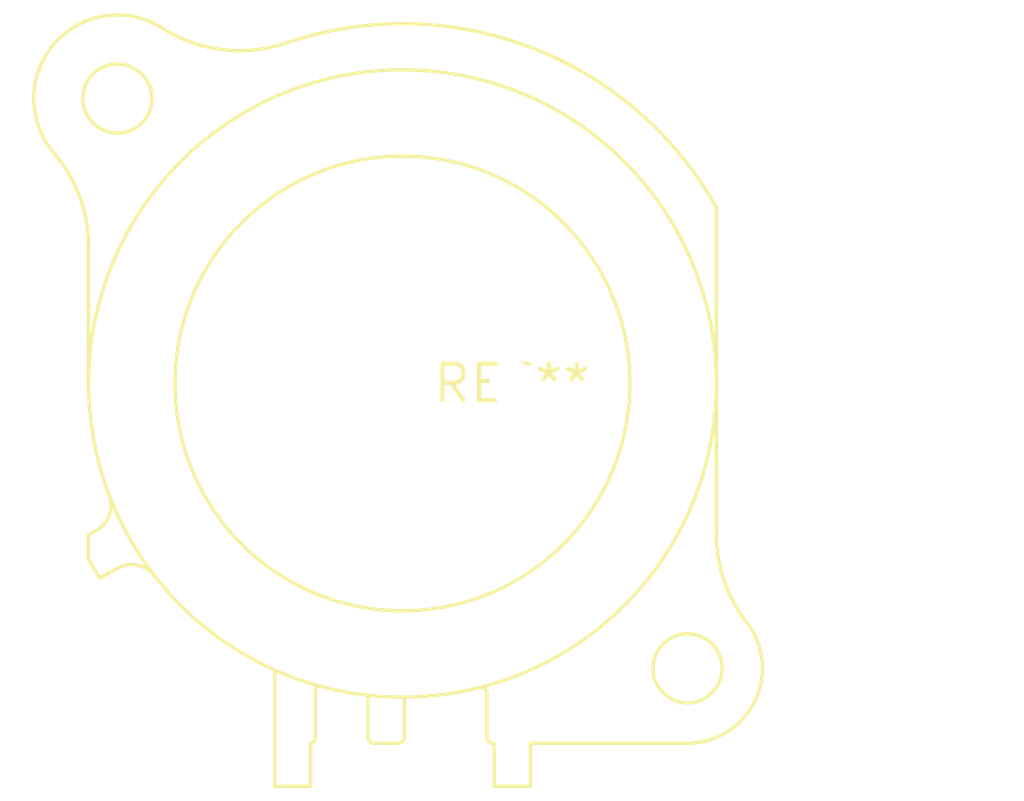
<source format=kicad_pcb>
(kicad_pcb (version 20240108) (generator pcbnew)
  (layers (0 "F.Cu" signal) (31 "B.Cu" signal) (34 "B.Paste" user) (35 "F.Paste" user) (36 "B.SilkS" user "B.Silkscreen") (37 "F.SilkS" user "F.Silkscreen") (38 "B.Mask" user) (39 "F.Mask" user) (44 "Edge.Cuts" user))
  (net 0 "")
  (footprint "Jack_XLR_Neutrik_NC3FAV-0_Vertical" (layer "F.Cu") (at 0 0)
    (property "Reference" "REF**")
    (property "Value" "Jack_XLR_Neutrik_NC3FAV-0_Vertical")
    (fp_line (start -14.71 0) (end -14.71 -4.76) (layer "F.SilkS") (stroke (width 0.12)))
    (fp_line (start -14.71 5.26) (end -14.71 6.12) (layer "F.SilkS") (stroke (width 0.12)))
    (fp_line (start -14.44 5.11) (end -14.71 5.26) (layer "F.SilkS") (stroke (width 0.12)))
    (fp_line (start -14.32 6.76) (end -13.71 6.42) (layer "F.SilkS") (stroke (width 0.12)))
    (fp_line (start -8.24 9.96) (end -8.24 14) (layer "F.SilkS") (stroke (width 0.12)))
    (fp_line (start -7 12.5) (end -7 14) (layer "F.SilkS") (stroke (width 0.12)))
    (fp_line (start -7 14) (end -8.24 14) (layer "F.SilkS") (stroke (width 0.12)))
    (fp_line (start -6.84 12.34) (end -6.84 10.69) (layer "F.SilkS") (stroke (width 0.12)))
    (fp_line (start -5.01 10.83) (end -5.01 12.3) (layer "F.SilkS") (stroke (width 0.12)))
    (fp_line (start -3.94 12.5) (end -4.81 12.5) (layer "F.SilkS") (stroke (width 0.12)))
    (fp_line (start -3.74 10.9) (end -3.74 12.3) (layer "F.SilkS") (stroke (width 0.12)))
    (fp_line (start -0.88 12.3) (end -0.88 10.76) (layer "F.SilkS") (stroke (width 0.12)))
    (fp_line (start -0.63 12.5) (end -0.68 12.5) (layer "F.SilkS") (stroke (width 0.12)))
    (fp_line (start -0.63 12.5) (end -0.63 14) (layer "F.SilkS") (stroke (width 0.12)))
    (fp_line (start 0.62 14) (end -0.63 14) (layer "F.SilkS") (stroke (width 0.12)))
    (fp_line (start 0.63 12.5) (end 6.09 12.5) (layer "F.SilkS") (stroke (width 0.12)))
    (fp_line (start 0.63 14) (end 0.63 12.5) (layer "F.SilkS") (stroke (width 0.12)))
    (fp_line (start 7.09 5.24) (end 7.09 -6.12) (layer "F.SilkS") (stroke (width 0.12)))
    (fp_arc (start -15.908829 -8.000856) (mid -15.019313 -6.48774) (end -14.71 -4.76) (layer "F.SilkS") (stroke (width 0.12)))
    (fp_arc (start -15.908236 -8.001617) (mid -15.907486 -11.799251) (end -12.15 -12.35) (layer "F.SilkS") (stroke (width 0.12)))
    (fp_arc (start -14.32314 6.763008) (mid -14.521396 6.444407) (end -14.71 6.12) (layer "F.SilkS") (stroke (width 0.12)))
    (fp_arc (start -14.004283 3.855674) (mid -13.989213 4.56375) (end -14.44 5.11) (layer "F.SilkS") (stroke (width 0.12)))
    (fp_arc (start -13.71 6.42) (mid -13.01025 6.315915) (end -12.412202 6.693832) (layer "F.SilkS") (stroke (width 0.12)))
    (fp_arc (start -7.848035 -11.831177) (mid -10.058192 -11.599923) (end -12.15 -12.35) (layer "F.SilkS") (stroke (width 0.12)))
    (fp_arc (start -7.841153 -11.83276) (mid 0.657009 -11.675197) (end 7.09 -6.12) (layer "F.SilkS") (stroke (width 0.12)))
    (fp_arc (start -6.84 10.69) (mid -6.803713 10.578321) (end -6.708713 10.509299) (layer "F.SilkS") (stroke (width 0.12)))
    (fp_arc (start -6.84 12.34) (mid -6.886863 12.453137) (end -7 12.5) (layer "F.SilkS") (stroke (width 0.12)))
    (fp_arc (start -4.81 12.5) (mid -4.951421 12.441421) (end -5.01 12.3) (layer "F.SilkS") (stroke (width 0.12)))
    (fp_arc (start -3.74 12.3) (mid -3.798579 12.441421) (end -3.94 12.5) (layer "F.SilkS") (stroke (width 0.12)))
    (fp_arc (start -1.1294 10.566197) (mid -0.957281 10.602076) (end -0.88 10.76) (layer "F.SilkS") (stroke (width 0.12)))
    (fp_arc (start -0.68 12.5) (mid -0.821421 12.441421) (end -0.88 12.3) (layer "F.SilkS") (stroke (width 0.12)))
    (fp_arc (start 2.636924 -8.782671) (mid 2.628394 -8.791269) (end 2.62 -8.8) (layer "F.SilkS") (stroke (width 0.12)))
    (fp_arc (start 2.680052 -8.767734) (mid 2.65973 -8.7835) (end 2.64 -8.8) (layer "F.SilkS") (stroke (width 0.12)))
    (fp_arc (start 8.095865 8.245761) (mid 8.441704 11.008824) (end 6.09 12.5) (layer "F.SilkS") (stroke (width 0.12)))
    (fp_arc (start 8.098032 8.243976) (mid 7.348729 6.824298) (end 7.09 5.24) (layer "F.SilkS") (stroke (width 0.12)))
    (fp_circle (center -13.71 -9.9) (end -12.51 -9.9) (layer "F.SilkS") (stroke (width 0.12)) (fill none))
    (fp_circle (center -3.81 0) (end 4.09 0) (layer "F.SilkS") (stroke (width 0.12)) (fill none))
    (fp_circle (center -3.81 0) (end 7.09 0) (layer "F.SilkS") (stroke (width 0.12)) (fill none))
    (fp_circle (center 6.09 9.9) (end 7.29 9.9) (layer "F.SilkS") (stroke (width 0.12)) (fill none))
    (pad "1" thru_hole circle (at 0 0) (size 3.4 3.4) (drill 1.6) (layers *.Cu *.Mask) (remove_unused_layers))
    (pad "2" thru_hole circle (at -7.62 0) (size 3.4 3.4) (drill 1.6) (layers *.Cu *.Mask) (remove_unused_layers))
    (pad "3" thru_hole circle (at -3.81 4.45) (size 2.9 2.9) (drill 1.2) (layers *.Cu *.Mask) (remove_unused_layers))
  )
)
</source>
